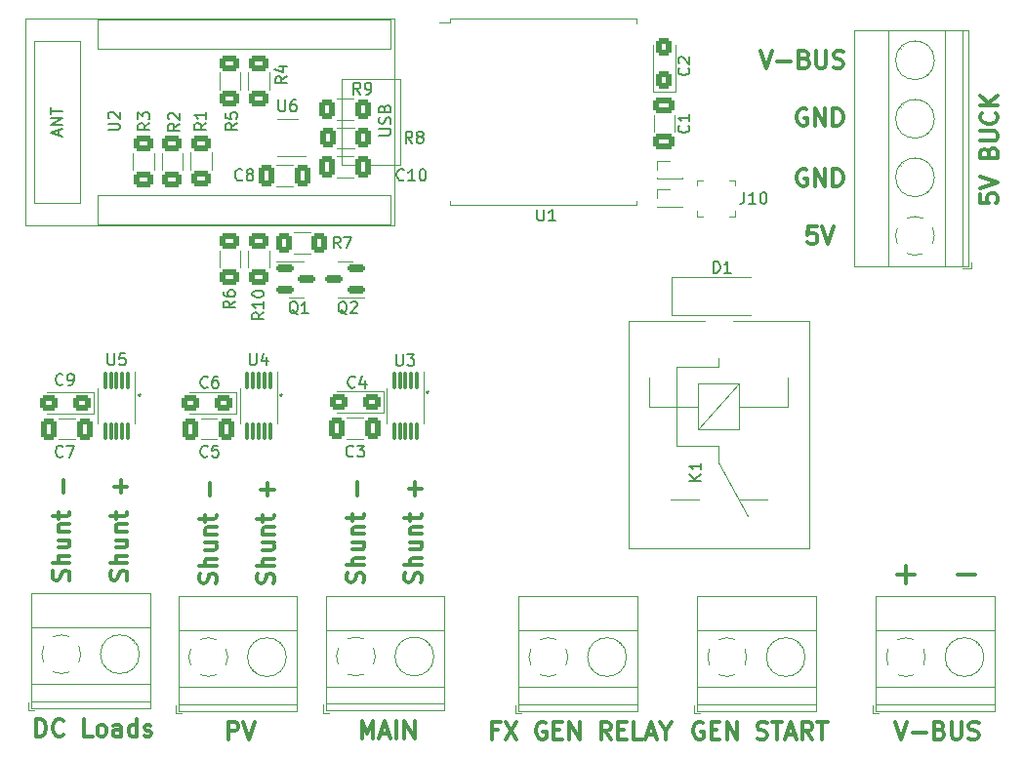
<source format=gto>
%TF.GenerationSoftware,KiCad,Pcbnew,(6.0.9)*%
%TF.CreationDate,2023-01-04T20:05:15-05:00*%
%TF.ProjectId,Hardware-TinyPicoLoRaTrailer,48617264-7761-4726-952d-54696e795069,rev?*%
%TF.SameCoordinates,Original*%
%TF.FileFunction,Legend,Top*%
%TF.FilePolarity,Positive*%
%FSLAX46Y46*%
G04 Gerber Fmt 4.6, Leading zero omitted, Abs format (unit mm)*
G04 Created by KiCad (PCBNEW (6.0.9)) date 2023-01-04 20:05:15*
%MOMM*%
%LPD*%
G01*
G04 APERTURE LIST*
G04 Aperture macros list*
%AMRoundRect*
0 Rectangle with rounded corners*
0 $1 Rounding radius*
0 $2 $3 $4 $5 $6 $7 $8 $9 X,Y pos of 4 corners*
0 Add a 4 corners polygon primitive as box body*
4,1,4,$2,$3,$4,$5,$6,$7,$8,$9,$2,$3,0*
0 Add four circle primitives for the rounded corners*
1,1,$1+$1,$2,$3*
1,1,$1+$1,$4,$5*
1,1,$1+$1,$6,$7*
1,1,$1+$1,$8,$9*
0 Add four rect primitives between the rounded corners*
20,1,$1+$1,$2,$3,$4,$5,0*
20,1,$1+$1,$4,$5,$6,$7,0*
20,1,$1+$1,$6,$7,$8,$9,0*
20,1,$1+$1,$8,$9,$2,$3,0*%
G04 Aperture macros list end*
%ADD10C,0.300000*%
%ADD11C,0.150000*%
%ADD12C,0.120000*%
%ADD13C,0.100000*%
%ADD14R,2.600000X2.600000*%
%ADD15C,2.600000*%
%ADD16O,1.524000X2.000000*%
%ADD17R,2.200000X1.050000*%
%ADD18R,1.050000X1.000000*%
%ADD19RoundRect,0.150000X-0.587500X-0.150000X0.587500X-0.150000X0.587500X0.150000X-0.587500X0.150000X0*%
%ADD20RoundRect,0.250000X0.425000X-0.537500X0.425000X0.537500X-0.425000X0.537500X-0.425000X-0.537500X0*%
%ADD21RoundRect,0.250000X-0.625000X0.400000X-0.625000X-0.400000X0.625000X-0.400000X0.625000X0.400000X0*%
%ADD22RoundRect,0.250000X-0.650000X0.412500X-0.650000X-0.412500X0.650000X-0.412500X0.650000X0.412500X0*%
%ADD23C,3.000000*%
%ADD24C,2.500000*%
%ADD25RoundRect,0.250000X-0.400000X-0.625000X0.400000X-0.625000X0.400000X0.625000X-0.400000X0.625000X0*%
%ADD26RoundRect,0.250000X-0.412500X-0.650000X0.412500X-0.650000X0.412500X0.650000X-0.412500X0.650000X0*%
%ADD27RoundRect,0.250000X0.412500X0.650000X-0.412500X0.650000X-0.412500X-0.650000X0.412500X-0.650000X0*%
%ADD28R,3.500000X1.800000*%
%ADD29RoundRect,0.075000X-0.075000X0.650000X-0.075000X-0.650000X0.075000X-0.650000X0.075000X0.650000X0*%
%ADD30RoundRect,0.250000X0.537500X0.425000X-0.537500X0.425000X-0.537500X-0.425000X0.537500X-0.425000X0*%
%ADD31R,2.000000X1.000000*%
%ADD32R,1.000000X1.000000*%
%ADD33RoundRect,0.250000X0.400000X0.625000X-0.400000X0.625000X-0.400000X-0.625000X0.400000X-0.625000X0*%
%ADD34RoundRect,0.250000X0.625000X-0.400000X0.625000X0.400000X-0.625000X0.400000X-0.625000X-0.400000X0*%
%ADD35RoundRect,0.150000X0.587500X0.150000X-0.587500X0.150000X-0.587500X-0.150000X0.587500X-0.150000X0*%
%ADD36R,1.560000X0.650000*%
G04 APERTURE END LIST*
D10*
X135806428Y-132428571D02*
X136306428Y-133928571D01*
X136806428Y-132428571D01*
X137306428Y-133357142D02*
X138449285Y-133357142D01*
X139663571Y-133142857D02*
X139877857Y-133214285D01*
X139949285Y-133285714D01*
X140020714Y-133428571D01*
X140020714Y-133642857D01*
X139949285Y-133785714D01*
X139877857Y-133857142D01*
X139735000Y-133928571D01*
X139163571Y-133928571D01*
X139163571Y-132428571D01*
X139663571Y-132428571D01*
X139806428Y-132500000D01*
X139877857Y-132571428D01*
X139949285Y-132714285D01*
X139949285Y-132857142D01*
X139877857Y-133000000D01*
X139806428Y-133071428D01*
X139663571Y-133142857D01*
X139163571Y-133142857D01*
X140663571Y-132428571D02*
X140663571Y-133642857D01*
X140735000Y-133785714D01*
X140806428Y-133857142D01*
X140949285Y-133928571D01*
X141235000Y-133928571D01*
X141377857Y-133857142D01*
X141449285Y-133785714D01*
X141520714Y-133642857D01*
X141520714Y-132428571D01*
X142163571Y-133857142D02*
X142377857Y-133928571D01*
X142735000Y-133928571D01*
X142877857Y-133857142D01*
X142949285Y-133785714D01*
X143020714Y-133642857D01*
X143020714Y-133500000D01*
X142949285Y-133357142D01*
X142877857Y-133285714D01*
X142735000Y-133214285D01*
X142449285Y-133142857D01*
X142306428Y-133071428D01*
X142235000Y-133000000D01*
X142163571Y-132857142D01*
X142163571Y-132714285D01*
X142235000Y-132571428D01*
X142306428Y-132500000D01*
X142449285Y-132428571D01*
X142806428Y-132428571D01*
X143020714Y-132500000D01*
X135928095Y-119642857D02*
X137451904Y-119642857D01*
X136690000Y-120404761D02*
X136690000Y-118880952D01*
X141178095Y-119642857D02*
X142701904Y-119642857D01*
D11*
X70250000Y-103964285D02*
X70345238Y-104059523D01*
X70250000Y-104154761D01*
X70154761Y-104059523D01*
X70250000Y-103964285D01*
X70250000Y-104154761D01*
X82500000Y-103964285D02*
X82595238Y-104059523D01*
X82500000Y-104154761D01*
X82404761Y-104059523D01*
X82500000Y-103964285D01*
X82500000Y-104154761D01*
X95250000Y-103714285D02*
X95345238Y-103809523D01*
X95250000Y-103904761D01*
X95154761Y-103809523D01*
X95250000Y-103714285D01*
X95250000Y-103904761D01*
D10*
X61285714Y-133678571D02*
X61285714Y-132178571D01*
X61642857Y-132178571D01*
X61857142Y-132250000D01*
X62000000Y-132392857D01*
X62071428Y-132535714D01*
X62142857Y-132821428D01*
X62142857Y-133035714D01*
X62071428Y-133321428D01*
X62000000Y-133464285D01*
X61857142Y-133607142D01*
X61642857Y-133678571D01*
X61285714Y-133678571D01*
X63642857Y-133535714D02*
X63571428Y-133607142D01*
X63357142Y-133678571D01*
X63214285Y-133678571D01*
X63000000Y-133607142D01*
X62857142Y-133464285D01*
X62785714Y-133321428D01*
X62714285Y-133035714D01*
X62714285Y-132821428D01*
X62785714Y-132535714D01*
X62857142Y-132392857D01*
X63000000Y-132250000D01*
X63214285Y-132178571D01*
X63357142Y-132178571D01*
X63571428Y-132250000D01*
X63642857Y-132321428D01*
X66142857Y-133678571D02*
X65428571Y-133678571D01*
X65428571Y-132178571D01*
X66857142Y-133678571D02*
X66714285Y-133607142D01*
X66642857Y-133535714D01*
X66571428Y-133392857D01*
X66571428Y-132964285D01*
X66642857Y-132821428D01*
X66714285Y-132750000D01*
X66857142Y-132678571D01*
X67071428Y-132678571D01*
X67214285Y-132750000D01*
X67285714Y-132821428D01*
X67357142Y-132964285D01*
X67357142Y-133392857D01*
X67285714Y-133535714D01*
X67214285Y-133607142D01*
X67071428Y-133678571D01*
X66857142Y-133678571D01*
X68642857Y-133678571D02*
X68642857Y-132892857D01*
X68571428Y-132750000D01*
X68428571Y-132678571D01*
X68142857Y-132678571D01*
X68000000Y-132750000D01*
X68642857Y-133607142D02*
X68500000Y-133678571D01*
X68142857Y-133678571D01*
X68000000Y-133607142D01*
X67928571Y-133464285D01*
X67928571Y-133321428D01*
X68000000Y-133178571D01*
X68142857Y-133107142D01*
X68500000Y-133107142D01*
X68642857Y-133035714D01*
X70000000Y-133678571D02*
X70000000Y-132178571D01*
X70000000Y-133607142D02*
X69857142Y-133678571D01*
X69571428Y-133678571D01*
X69428571Y-133607142D01*
X69357142Y-133535714D01*
X69285714Y-133392857D01*
X69285714Y-132964285D01*
X69357142Y-132821428D01*
X69428571Y-132750000D01*
X69571428Y-132678571D01*
X69857142Y-132678571D01*
X70000000Y-132750000D01*
X70642857Y-133607142D02*
X70785714Y-133678571D01*
X71071428Y-133678571D01*
X71214285Y-133607142D01*
X71285714Y-133464285D01*
X71285714Y-133392857D01*
X71214285Y-133250000D01*
X71071428Y-133178571D01*
X70857142Y-133178571D01*
X70714285Y-133107142D01*
X70642857Y-132964285D01*
X70642857Y-132892857D01*
X70714285Y-132750000D01*
X70857142Y-132678571D01*
X71071428Y-132678571D01*
X71214285Y-132750000D01*
X101321428Y-133142857D02*
X100821428Y-133142857D01*
X100821428Y-133928571D02*
X100821428Y-132428571D01*
X101535714Y-132428571D01*
X101964285Y-132428571D02*
X102964285Y-133928571D01*
X102964285Y-132428571D02*
X101964285Y-133928571D01*
X105464285Y-132500000D02*
X105321428Y-132428571D01*
X105107142Y-132428571D01*
X104892857Y-132500000D01*
X104750000Y-132642857D01*
X104678571Y-132785714D01*
X104607142Y-133071428D01*
X104607142Y-133285714D01*
X104678571Y-133571428D01*
X104750000Y-133714285D01*
X104892857Y-133857142D01*
X105107142Y-133928571D01*
X105250000Y-133928571D01*
X105464285Y-133857142D01*
X105535714Y-133785714D01*
X105535714Y-133285714D01*
X105250000Y-133285714D01*
X106178571Y-133142857D02*
X106678571Y-133142857D01*
X106892857Y-133928571D02*
X106178571Y-133928571D01*
X106178571Y-132428571D01*
X106892857Y-132428571D01*
X107535714Y-133928571D02*
X107535714Y-132428571D01*
X108392857Y-133928571D01*
X108392857Y-132428571D01*
X111107142Y-133928571D02*
X110607142Y-133214285D01*
X110250000Y-133928571D02*
X110250000Y-132428571D01*
X110821428Y-132428571D01*
X110964285Y-132500000D01*
X111035714Y-132571428D01*
X111107142Y-132714285D01*
X111107142Y-132928571D01*
X111035714Y-133071428D01*
X110964285Y-133142857D01*
X110821428Y-133214285D01*
X110250000Y-133214285D01*
X111750000Y-133142857D02*
X112250000Y-133142857D01*
X112464285Y-133928571D02*
X111750000Y-133928571D01*
X111750000Y-132428571D01*
X112464285Y-132428571D01*
X113821428Y-133928571D02*
X113107142Y-133928571D01*
X113107142Y-132428571D01*
X114250000Y-133500000D02*
X114964285Y-133500000D01*
X114107142Y-133928571D02*
X114607142Y-132428571D01*
X115107142Y-133928571D01*
X115892857Y-133214285D02*
X115892857Y-133928571D01*
X115392857Y-132428571D02*
X115892857Y-133214285D01*
X116392857Y-132428571D01*
X69107142Y-120142857D02*
X69178571Y-119928571D01*
X69178571Y-119571428D01*
X69107142Y-119428571D01*
X69035714Y-119357142D01*
X68892857Y-119285714D01*
X68750000Y-119285714D01*
X68607142Y-119357142D01*
X68535714Y-119428571D01*
X68464285Y-119571428D01*
X68392857Y-119857142D01*
X68321428Y-120000000D01*
X68250000Y-120071428D01*
X68107142Y-120142857D01*
X67964285Y-120142857D01*
X67821428Y-120071428D01*
X67750000Y-120000000D01*
X67678571Y-119857142D01*
X67678571Y-119500000D01*
X67750000Y-119285714D01*
X69178571Y-118642857D02*
X67678571Y-118642857D01*
X69178571Y-118000000D02*
X68392857Y-118000000D01*
X68250000Y-118071428D01*
X68178571Y-118214285D01*
X68178571Y-118428571D01*
X68250000Y-118571428D01*
X68321428Y-118642857D01*
X68178571Y-116642857D02*
X69178571Y-116642857D01*
X68178571Y-117285714D02*
X68964285Y-117285714D01*
X69107142Y-117214285D01*
X69178571Y-117071428D01*
X69178571Y-116857142D01*
X69107142Y-116714285D01*
X69035714Y-116642857D01*
X68178571Y-115928571D02*
X69178571Y-115928571D01*
X68321428Y-115928571D02*
X68250000Y-115857142D01*
X68178571Y-115714285D01*
X68178571Y-115500000D01*
X68250000Y-115357142D01*
X68392857Y-115285714D01*
X69178571Y-115285714D01*
X68178571Y-114785714D02*
X68178571Y-114214285D01*
X67678571Y-114571428D02*
X68964285Y-114571428D01*
X69107142Y-114500000D01*
X69178571Y-114357142D01*
X69178571Y-114214285D01*
X68607142Y-112571428D02*
X68607142Y-111428571D01*
X69178571Y-112000000D02*
X68035714Y-112000000D01*
X119107142Y-132500000D02*
X118964285Y-132428571D01*
X118750000Y-132428571D01*
X118535714Y-132500000D01*
X118392857Y-132642857D01*
X118321428Y-132785714D01*
X118250000Y-133071428D01*
X118250000Y-133285714D01*
X118321428Y-133571428D01*
X118392857Y-133714285D01*
X118535714Y-133857142D01*
X118750000Y-133928571D01*
X118892857Y-133928571D01*
X119107142Y-133857142D01*
X119178571Y-133785714D01*
X119178571Y-133285714D01*
X118892857Y-133285714D01*
X119821428Y-133142857D02*
X120321428Y-133142857D01*
X120535714Y-133928571D02*
X119821428Y-133928571D01*
X119821428Y-132428571D01*
X120535714Y-132428571D01*
X121178571Y-133928571D02*
X121178571Y-132428571D01*
X122035714Y-133928571D01*
X122035714Y-132428571D01*
X123821428Y-133857142D02*
X124035714Y-133928571D01*
X124392857Y-133928571D01*
X124535714Y-133857142D01*
X124607142Y-133785714D01*
X124678571Y-133642857D01*
X124678571Y-133500000D01*
X124607142Y-133357142D01*
X124535714Y-133285714D01*
X124392857Y-133214285D01*
X124107142Y-133142857D01*
X123964285Y-133071428D01*
X123892857Y-133000000D01*
X123821428Y-132857142D01*
X123821428Y-132714285D01*
X123892857Y-132571428D01*
X123964285Y-132500000D01*
X124107142Y-132428571D01*
X124464285Y-132428571D01*
X124678571Y-132500000D01*
X125107142Y-132428571D02*
X125964285Y-132428571D01*
X125535714Y-133928571D02*
X125535714Y-132428571D01*
X126392857Y-133500000D02*
X127107142Y-133500000D01*
X126250000Y-133928571D02*
X126750000Y-132428571D01*
X127250000Y-133928571D01*
X128607142Y-133928571D02*
X128107142Y-133214285D01*
X127750000Y-133928571D02*
X127750000Y-132428571D01*
X128321428Y-132428571D01*
X128464285Y-132500000D01*
X128535714Y-132571428D01*
X128607142Y-132714285D01*
X128607142Y-132928571D01*
X128535714Y-133071428D01*
X128464285Y-133142857D01*
X128321428Y-133214285D01*
X127750000Y-133214285D01*
X129035714Y-132428571D02*
X129892857Y-132428571D01*
X129464285Y-133928571D02*
X129464285Y-132428571D01*
X89652142Y-120337857D02*
X89723571Y-120123571D01*
X89723571Y-119766428D01*
X89652142Y-119623571D01*
X89580714Y-119552142D01*
X89437857Y-119480714D01*
X89295000Y-119480714D01*
X89152142Y-119552142D01*
X89080714Y-119623571D01*
X89009285Y-119766428D01*
X88937857Y-120052142D01*
X88866428Y-120195000D01*
X88795000Y-120266428D01*
X88652142Y-120337857D01*
X88509285Y-120337857D01*
X88366428Y-120266428D01*
X88295000Y-120195000D01*
X88223571Y-120052142D01*
X88223571Y-119695000D01*
X88295000Y-119480714D01*
X89723571Y-118837857D02*
X88223571Y-118837857D01*
X89723571Y-118195000D02*
X88937857Y-118195000D01*
X88795000Y-118266428D01*
X88723571Y-118409285D01*
X88723571Y-118623571D01*
X88795000Y-118766428D01*
X88866428Y-118837857D01*
X88723571Y-116837857D02*
X89723571Y-116837857D01*
X88723571Y-117480714D02*
X89509285Y-117480714D01*
X89652142Y-117409285D01*
X89723571Y-117266428D01*
X89723571Y-117052142D01*
X89652142Y-116909285D01*
X89580714Y-116837857D01*
X88723571Y-116123571D02*
X89723571Y-116123571D01*
X88866428Y-116123571D02*
X88795000Y-116052142D01*
X88723571Y-115909285D01*
X88723571Y-115695000D01*
X88795000Y-115552142D01*
X88937857Y-115480714D01*
X89723571Y-115480714D01*
X88723571Y-114980714D02*
X88723571Y-114409285D01*
X88223571Y-114766428D02*
X89509285Y-114766428D01*
X89652142Y-114695000D01*
X89723571Y-114552142D01*
X89723571Y-114409285D01*
X89152142Y-112766428D02*
X89152142Y-111623571D01*
X143178571Y-86642857D02*
X143178571Y-87357142D01*
X143892857Y-87428571D01*
X143821428Y-87357142D01*
X143750000Y-87214285D01*
X143750000Y-86857142D01*
X143821428Y-86714285D01*
X143892857Y-86642857D01*
X144035714Y-86571428D01*
X144392857Y-86571428D01*
X144535714Y-86642857D01*
X144607142Y-86714285D01*
X144678571Y-86857142D01*
X144678571Y-87214285D01*
X144607142Y-87357142D01*
X144535714Y-87428571D01*
X143178571Y-86142857D02*
X144678571Y-85642857D01*
X143178571Y-85142857D01*
X143892857Y-83000000D02*
X143964285Y-82785714D01*
X144035714Y-82714285D01*
X144178571Y-82642857D01*
X144392857Y-82642857D01*
X144535714Y-82714285D01*
X144607142Y-82785714D01*
X144678571Y-82928571D01*
X144678571Y-83500000D01*
X143178571Y-83500000D01*
X143178571Y-83000000D01*
X143250000Y-82857142D01*
X143321428Y-82785714D01*
X143464285Y-82714285D01*
X143607142Y-82714285D01*
X143750000Y-82785714D01*
X143821428Y-82857142D01*
X143892857Y-83000000D01*
X143892857Y-83500000D01*
X143178571Y-82000000D02*
X144392857Y-82000000D01*
X144535714Y-81928571D01*
X144607142Y-81857142D01*
X144678571Y-81714285D01*
X144678571Y-81428571D01*
X144607142Y-81285714D01*
X144535714Y-81214285D01*
X144392857Y-81142857D01*
X143178571Y-81142857D01*
X144535714Y-79571428D02*
X144607142Y-79642857D01*
X144678571Y-79857142D01*
X144678571Y-80000000D01*
X144607142Y-80214285D01*
X144464285Y-80357142D01*
X144321428Y-80428571D01*
X144035714Y-80500000D01*
X143821428Y-80500000D01*
X143535714Y-80428571D01*
X143392857Y-80357142D01*
X143250000Y-80214285D01*
X143178571Y-80000000D01*
X143178571Y-79857142D01*
X143250000Y-79642857D01*
X143321428Y-79571428D01*
X144678571Y-78928571D02*
X143178571Y-78928571D01*
X144678571Y-78071428D02*
X143821428Y-78714285D01*
X143178571Y-78071428D02*
X144035714Y-78928571D01*
X77964285Y-133928571D02*
X77964285Y-132428571D01*
X78535714Y-132428571D01*
X78678571Y-132500000D01*
X78750000Y-132571428D01*
X78821428Y-132714285D01*
X78821428Y-132928571D01*
X78750000Y-133071428D01*
X78678571Y-133142857D01*
X78535714Y-133214285D01*
X77964285Y-133214285D01*
X79250000Y-132428571D02*
X79750000Y-133928571D01*
X80250000Y-132428571D01*
X76857142Y-120392857D02*
X76928571Y-120178571D01*
X76928571Y-119821428D01*
X76857142Y-119678571D01*
X76785714Y-119607142D01*
X76642857Y-119535714D01*
X76500000Y-119535714D01*
X76357142Y-119607142D01*
X76285714Y-119678571D01*
X76214285Y-119821428D01*
X76142857Y-120107142D01*
X76071428Y-120250000D01*
X76000000Y-120321428D01*
X75857142Y-120392857D01*
X75714285Y-120392857D01*
X75571428Y-120321428D01*
X75500000Y-120250000D01*
X75428571Y-120107142D01*
X75428571Y-119750000D01*
X75500000Y-119535714D01*
X76928571Y-118892857D02*
X75428571Y-118892857D01*
X76928571Y-118250000D02*
X76142857Y-118250000D01*
X76000000Y-118321428D01*
X75928571Y-118464285D01*
X75928571Y-118678571D01*
X76000000Y-118821428D01*
X76071428Y-118892857D01*
X75928571Y-116892857D02*
X76928571Y-116892857D01*
X75928571Y-117535714D02*
X76714285Y-117535714D01*
X76857142Y-117464285D01*
X76928571Y-117321428D01*
X76928571Y-117107142D01*
X76857142Y-116964285D01*
X76785714Y-116892857D01*
X75928571Y-116178571D02*
X76928571Y-116178571D01*
X76071428Y-116178571D02*
X76000000Y-116107142D01*
X75928571Y-115964285D01*
X75928571Y-115750000D01*
X76000000Y-115607142D01*
X76142857Y-115535714D01*
X76928571Y-115535714D01*
X75928571Y-115035714D02*
X75928571Y-114464285D01*
X75428571Y-114821428D02*
X76714285Y-114821428D01*
X76857142Y-114750000D01*
X76928571Y-114607142D01*
X76928571Y-114464285D01*
X76357142Y-112821428D02*
X76357142Y-111678571D01*
X89509285Y-133873571D02*
X89509285Y-132373571D01*
X90009285Y-133445000D01*
X90509285Y-132373571D01*
X90509285Y-133873571D01*
X91152142Y-133445000D02*
X91866428Y-133445000D01*
X91009285Y-133873571D02*
X91509285Y-132373571D01*
X92009285Y-133873571D01*
X92509285Y-133873571D02*
X92509285Y-132373571D01*
X93223571Y-133873571D02*
X93223571Y-132373571D01*
X94080714Y-133873571D01*
X94080714Y-132373571D01*
X128107142Y-79250000D02*
X127964285Y-79178571D01*
X127750000Y-79178571D01*
X127535714Y-79250000D01*
X127392857Y-79392857D01*
X127321428Y-79535714D01*
X127250000Y-79821428D01*
X127250000Y-80035714D01*
X127321428Y-80321428D01*
X127392857Y-80464285D01*
X127535714Y-80607142D01*
X127750000Y-80678571D01*
X127892857Y-80678571D01*
X128107142Y-80607142D01*
X128178571Y-80535714D01*
X128178571Y-80035714D01*
X127892857Y-80035714D01*
X128821428Y-80678571D02*
X128821428Y-79178571D01*
X129678571Y-80678571D01*
X129678571Y-79178571D01*
X130392857Y-80678571D02*
X130392857Y-79178571D01*
X130750000Y-79178571D01*
X130964285Y-79250000D01*
X131107142Y-79392857D01*
X131178571Y-79535714D01*
X131250000Y-79821428D01*
X131250000Y-80035714D01*
X131178571Y-80321428D01*
X131107142Y-80464285D01*
X130964285Y-80607142D01*
X130750000Y-80678571D01*
X130392857Y-80678571D01*
X94652142Y-120337857D02*
X94723571Y-120123571D01*
X94723571Y-119766428D01*
X94652142Y-119623571D01*
X94580714Y-119552142D01*
X94437857Y-119480714D01*
X94295000Y-119480714D01*
X94152142Y-119552142D01*
X94080714Y-119623571D01*
X94009285Y-119766428D01*
X93937857Y-120052142D01*
X93866428Y-120195000D01*
X93795000Y-120266428D01*
X93652142Y-120337857D01*
X93509285Y-120337857D01*
X93366428Y-120266428D01*
X93295000Y-120195000D01*
X93223571Y-120052142D01*
X93223571Y-119695000D01*
X93295000Y-119480714D01*
X94723571Y-118837857D02*
X93223571Y-118837857D01*
X94723571Y-118195000D02*
X93937857Y-118195000D01*
X93795000Y-118266428D01*
X93723571Y-118409285D01*
X93723571Y-118623571D01*
X93795000Y-118766428D01*
X93866428Y-118837857D01*
X93723571Y-116837857D02*
X94723571Y-116837857D01*
X93723571Y-117480714D02*
X94509285Y-117480714D01*
X94652142Y-117409285D01*
X94723571Y-117266428D01*
X94723571Y-117052142D01*
X94652142Y-116909285D01*
X94580714Y-116837857D01*
X93723571Y-116123571D02*
X94723571Y-116123571D01*
X93866428Y-116123571D02*
X93795000Y-116052142D01*
X93723571Y-115909285D01*
X93723571Y-115695000D01*
X93795000Y-115552142D01*
X93937857Y-115480714D01*
X94723571Y-115480714D01*
X93723571Y-114980714D02*
X93723571Y-114409285D01*
X93223571Y-114766428D02*
X94509285Y-114766428D01*
X94652142Y-114695000D01*
X94723571Y-114552142D01*
X94723571Y-114409285D01*
X94152142Y-112766428D02*
X94152142Y-111623571D01*
X94723571Y-112195000D02*
X93580714Y-112195000D01*
X124071428Y-74178571D02*
X124571428Y-75678571D01*
X125071428Y-74178571D01*
X125571428Y-75107142D02*
X126714285Y-75107142D01*
X127928571Y-74892857D02*
X128142857Y-74964285D01*
X128214285Y-75035714D01*
X128285714Y-75178571D01*
X128285714Y-75392857D01*
X128214285Y-75535714D01*
X128142857Y-75607142D01*
X128000000Y-75678571D01*
X127428571Y-75678571D01*
X127428571Y-74178571D01*
X127928571Y-74178571D01*
X128071428Y-74250000D01*
X128142857Y-74321428D01*
X128214285Y-74464285D01*
X128214285Y-74607142D01*
X128142857Y-74750000D01*
X128071428Y-74821428D01*
X127928571Y-74892857D01*
X127428571Y-74892857D01*
X128928571Y-74178571D02*
X128928571Y-75392857D01*
X129000000Y-75535714D01*
X129071428Y-75607142D01*
X129214285Y-75678571D01*
X129500000Y-75678571D01*
X129642857Y-75607142D01*
X129714285Y-75535714D01*
X129785714Y-75392857D01*
X129785714Y-74178571D01*
X130428571Y-75607142D02*
X130642857Y-75678571D01*
X131000000Y-75678571D01*
X131142857Y-75607142D01*
X131214285Y-75535714D01*
X131285714Y-75392857D01*
X131285714Y-75250000D01*
X131214285Y-75107142D01*
X131142857Y-75035714D01*
X131000000Y-74964285D01*
X130714285Y-74892857D01*
X130571428Y-74821428D01*
X130500000Y-74750000D01*
X130428571Y-74607142D01*
X130428571Y-74464285D01*
X130500000Y-74321428D01*
X130571428Y-74250000D01*
X130714285Y-74178571D01*
X131071428Y-74178571D01*
X131285714Y-74250000D01*
X128964285Y-89428571D02*
X128250000Y-89428571D01*
X128178571Y-90142857D01*
X128250000Y-90071428D01*
X128392857Y-90000000D01*
X128750000Y-90000000D01*
X128892857Y-90071428D01*
X128964285Y-90142857D01*
X129035714Y-90285714D01*
X129035714Y-90642857D01*
X128964285Y-90785714D01*
X128892857Y-90857142D01*
X128750000Y-90928571D01*
X128392857Y-90928571D01*
X128250000Y-90857142D01*
X128178571Y-90785714D01*
X129464285Y-89428571D02*
X129964285Y-90928571D01*
X130464285Y-89428571D01*
X64107142Y-120142857D02*
X64178571Y-119928571D01*
X64178571Y-119571428D01*
X64107142Y-119428571D01*
X64035714Y-119357142D01*
X63892857Y-119285714D01*
X63750000Y-119285714D01*
X63607142Y-119357142D01*
X63535714Y-119428571D01*
X63464285Y-119571428D01*
X63392857Y-119857142D01*
X63321428Y-120000000D01*
X63250000Y-120071428D01*
X63107142Y-120142857D01*
X62964285Y-120142857D01*
X62821428Y-120071428D01*
X62750000Y-120000000D01*
X62678571Y-119857142D01*
X62678571Y-119500000D01*
X62750000Y-119285714D01*
X64178571Y-118642857D02*
X62678571Y-118642857D01*
X64178571Y-118000000D02*
X63392857Y-118000000D01*
X63250000Y-118071428D01*
X63178571Y-118214285D01*
X63178571Y-118428571D01*
X63250000Y-118571428D01*
X63321428Y-118642857D01*
X63178571Y-116642857D02*
X64178571Y-116642857D01*
X63178571Y-117285714D02*
X63964285Y-117285714D01*
X64107142Y-117214285D01*
X64178571Y-117071428D01*
X64178571Y-116857142D01*
X64107142Y-116714285D01*
X64035714Y-116642857D01*
X63178571Y-115928571D02*
X64178571Y-115928571D01*
X63321428Y-115928571D02*
X63250000Y-115857142D01*
X63178571Y-115714285D01*
X63178571Y-115500000D01*
X63250000Y-115357142D01*
X63392857Y-115285714D01*
X64178571Y-115285714D01*
X63178571Y-114785714D02*
X63178571Y-114214285D01*
X62678571Y-114571428D02*
X63964285Y-114571428D01*
X64107142Y-114500000D01*
X64178571Y-114357142D01*
X64178571Y-114214285D01*
X63607142Y-112571428D02*
X63607142Y-111428571D01*
X81857142Y-120392857D02*
X81928571Y-120178571D01*
X81928571Y-119821428D01*
X81857142Y-119678571D01*
X81785714Y-119607142D01*
X81642857Y-119535714D01*
X81500000Y-119535714D01*
X81357142Y-119607142D01*
X81285714Y-119678571D01*
X81214285Y-119821428D01*
X81142857Y-120107142D01*
X81071428Y-120250000D01*
X81000000Y-120321428D01*
X80857142Y-120392857D01*
X80714285Y-120392857D01*
X80571428Y-120321428D01*
X80500000Y-120250000D01*
X80428571Y-120107142D01*
X80428571Y-119750000D01*
X80500000Y-119535714D01*
X81928571Y-118892857D02*
X80428571Y-118892857D01*
X81928571Y-118250000D02*
X81142857Y-118250000D01*
X81000000Y-118321428D01*
X80928571Y-118464285D01*
X80928571Y-118678571D01*
X81000000Y-118821428D01*
X81071428Y-118892857D01*
X80928571Y-116892857D02*
X81928571Y-116892857D01*
X80928571Y-117535714D02*
X81714285Y-117535714D01*
X81857142Y-117464285D01*
X81928571Y-117321428D01*
X81928571Y-117107142D01*
X81857142Y-116964285D01*
X81785714Y-116892857D01*
X80928571Y-116178571D02*
X81928571Y-116178571D01*
X81071428Y-116178571D02*
X81000000Y-116107142D01*
X80928571Y-115964285D01*
X80928571Y-115750000D01*
X81000000Y-115607142D01*
X81142857Y-115535714D01*
X81928571Y-115535714D01*
X80928571Y-115035714D02*
X80928571Y-114464285D01*
X80428571Y-114821428D02*
X81714285Y-114821428D01*
X81857142Y-114750000D01*
X81928571Y-114607142D01*
X81928571Y-114464285D01*
X81357142Y-112821428D02*
X81357142Y-111678571D01*
X81928571Y-112250000D02*
X80785714Y-112250000D01*
X128107142Y-84500000D02*
X127964285Y-84428571D01*
X127750000Y-84428571D01*
X127535714Y-84500000D01*
X127392857Y-84642857D01*
X127321428Y-84785714D01*
X127250000Y-85071428D01*
X127250000Y-85285714D01*
X127321428Y-85571428D01*
X127392857Y-85714285D01*
X127535714Y-85857142D01*
X127750000Y-85928571D01*
X127892857Y-85928571D01*
X128107142Y-85857142D01*
X128178571Y-85785714D01*
X128178571Y-85285714D01*
X127892857Y-85285714D01*
X128821428Y-85928571D02*
X128821428Y-84428571D01*
X129678571Y-85928571D01*
X129678571Y-84428571D01*
X130392857Y-85928571D02*
X130392857Y-84428571D01*
X130750000Y-84428571D01*
X130964285Y-84500000D01*
X131107142Y-84642857D01*
X131178571Y-84785714D01*
X131250000Y-85071428D01*
X131250000Y-85285714D01*
X131178571Y-85571428D01*
X131107142Y-85714285D01*
X130964285Y-85857142D01*
X130750000Y-85928571D01*
X130392857Y-85928571D01*
D11*
X67514880Y-81061904D02*
X68324404Y-81061904D01*
X68419642Y-81014285D01*
X68467261Y-80966666D01*
X68514880Y-80871428D01*
X68514880Y-80680952D01*
X68467261Y-80585714D01*
X68419642Y-80538095D01*
X68324404Y-80490476D01*
X67514880Y-80490476D01*
X67610119Y-80061904D02*
X67562500Y-80014285D01*
X67514880Y-79919047D01*
X67514880Y-79680952D01*
X67562500Y-79585714D01*
X67610119Y-79538095D01*
X67705357Y-79490476D01*
X67800595Y-79490476D01*
X67943452Y-79538095D01*
X68514880Y-80109523D01*
X68514880Y-79490476D01*
X63229166Y-81507857D02*
X63229166Y-81031666D01*
X63514880Y-81603095D02*
X62514880Y-81269761D01*
X63514880Y-80936428D01*
X63514880Y-80603095D02*
X62514880Y-80603095D01*
X63514880Y-80031666D01*
X62514880Y-80031666D01*
X62514880Y-79698333D02*
X62514880Y-79126904D01*
X63514880Y-79412619D02*
X62514880Y-79412619D01*
X91014880Y-81511904D02*
X91824404Y-81511904D01*
X91919642Y-81464285D01*
X91967261Y-81416666D01*
X92014880Y-81321428D01*
X92014880Y-81130952D01*
X91967261Y-81035714D01*
X91919642Y-80988095D01*
X91824404Y-80940476D01*
X91014880Y-80940476D01*
X91967261Y-80511904D02*
X92014880Y-80369047D01*
X92014880Y-80130952D01*
X91967261Y-80035714D01*
X91919642Y-79988095D01*
X91824404Y-79940476D01*
X91729166Y-79940476D01*
X91633928Y-79988095D01*
X91586309Y-80035714D01*
X91538690Y-80130952D01*
X91491071Y-80321428D01*
X91443452Y-80416666D01*
X91395833Y-80464285D01*
X91300595Y-80511904D01*
X91205357Y-80511904D01*
X91110119Y-80464285D01*
X91062500Y-80416666D01*
X91014880Y-80321428D01*
X91014880Y-80083333D01*
X91062500Y-79940476D01*
X91491071Y-79178571D02*
X91538690Y-79035714D01*
X91586309Y-78988095D01*
X91681547Y-78940476D01*
X91824404Y-78940476D01*
X91919642Y-78988095D01*
X91967261Y-79035714D01*
X92014880Y-79130952D01*
X92014880Y-79511904D01*
X91014880Y-79511904D01*
X91014880Y-79178571D01*
X91062500Y-79083333D01*
X91110119Y-79035714D01*
X91205357Y-78988095D01*
X91300595Y-78988095D01*
X91395833Y-79035714D01*
X91443452Y-79083333D01*
X91491071Y-79178571D01*
X91491071Y-79511904D01*
X122690476Y-86452380D02*
X122690476Y-87166666D01*
X122642857Y-87309523D01*
X122547619Y-87404761D01*
X122404761Y-87452380D01*
X122309523Y-87452380D01*
X123690476Y-87452380D02*
X123119047Y-87452380D01*
X123404761Y-87452380D02*
X123404761Y-86452380D01*
X123309523Y-86595238D01*
X123214285Y-86690476D01*
X123119047Y-86738095D01*
X124309523Y-86452380D02*
X124404761Y-86452380D01*
X124500000Y-86500000D01*
X124547619Y-86547619D01*
X124595238Y-86642857D01*
X124642857Y-86833333D01*
X124642857Y-87071428D01*
X124595238Y-87261904D01*
X124547619Y-87357142D01*
X124500000Y-87404761D01*
X124404761Y-87452380D01*
X124309523Y-87452380D01*
X124214285Y-87404761D01*
X124166666Y-87357142D01*
X124119047Y-87261904D01*
X124071428Y-87071428D01*
X124071428Y-86833333D01*
X124119047Y-86642857D01*
X124166666Y-86547619D01*
X124214285Y-86500000D01*
X124309523Y-86452380D01*
X83967261Y-97047619D02*
X83872023Y-97000000D01*
X83776785Y-96904761D01*
X83633928Y-96761904D01*
X83538690Y-96714285D01*
X83443452Y-96714285D01*
X83491071Y-96952380D02*
X83395833Y-96904761D01*
X83300595Y-96809523D01*
X83252976Y-96619047D01*
X83252976Y-96285714D01*
X83300595Y-96095238D01*
X83395833Y-96000000D01*
X83491071Y-95952380D01*
X83681547Y-95952380D01*
X83776785Y-96000000D01*
X83872023Y-96095238D01*
X83919642Y-96285714D01*
X83919642Y-96619047D01*
X83872023Y-96809523D01*
X83776785Y-96904761D01*
X83681547Y-96952380D01*
X83491071Y-96952380D01*
X84872023Y-96952380D02*
X84300595Y-96952380D01*
X84586309Y-96952380D02*
X84586309Y-95952380D01*
X84491071Y-96095238D01*
X84395833Y-96190476D01*
X84300595Y-96238095D01*
X117857142Y-75666666D02*
X117904761Y-75714285D01*
X117952380Y-75857142D01*
X117952380Y-75952380D01*
X117904761Y-76095238D01*
X117809523Y-76190476D01*
X117714285Y-76238095D01*
X117523809Y-76285714D01*
X117380952Y-76285714D01*
X117190476Y-76238095D01*
X117095238Y-76190476D01*
X117000000Y-76095238D01*
X116952380Y-75952380D01*
X116952380Y-75857142D01*
X117000000Y-75714285D01*
X117047619Y-75666666D01*
X117047619Y-75285714D02*
X117000000Y-75238095D01*
X116952380Y-75142857D01*
X116952380Y-74904761D01*
X117000000Y-74809523D01*
X117047619Y-74761904D01*
X117142857Y-74714285D01*
X117238095Y-74714285D01*
X117380952Y-74761904D01*
X117952380Y-75333333D01*
X117952380Y-74714285D01*
X73724880Y-80516666D02*
X73248690Y-80850000D01*
X73724880Y-81088095D02*
X72724880Y-81088095D01*
X72724880Y-80707142D01*
X72772500Y-80611904D01*
X72820119Y-80564285D01*
X72915357Y-80516666D01*
X73058214Y-80516666D01*
X73153452Y-80564285D01*
X73201071Y-80611904D01*
X73248690Y-80707142D01*
X73248690Y-81088095D01*
X72820119Y-80135714D02*
X72772500Y-80088095D01*
X72724880Y-79992857D01*
X72724880Y-79754761D01*
X72772500Y-79659523D01*
X72820119Y-79611904D01*
X72915357Y-79564285D01*
X73010595Y-79564285D01*
X73153452Y-79611904D01*
X73724880Y-80183333D01*
X73724880Y-79564285D01*
X117857142Y-80666666D02*
X117904761Y-80714285D01*
X117952380Y-80857142D01*
X117952380Y-80952380D01*
X117904761Y-81095238D01*
X117809523Y-81190476D01*
X117714285Y-81238095D01*
X117523809Y-81285714D01*
X117380952Y-81285714D01*
X117190476Y-81238095D01*
X117095238Y-81190476D01*
X117000000Y-81095238D01*
X116952380Y-80952380D01*
X116952380Y-80857142D01*
X117000000Y-80714285D01*
X117047619Y-80666666D01*
X117952380Y-79714285D02*
X117952380Y-80285714D01*
X117952380Y-80000000D02*
X116952380Y-80000000D01*
X117095238Y-80095238D01*
X117190476Y-80190476D01*
X117238095Y-80285714D01*
X118952380Y-111488095D02*
X117952380Y-111488095D01*
X118952380Y-110916666D02*
X118380952Y-111345238D01*
X117952380Y-110916666D02*
X118523809Y-111488095D01*
X118952380Y-109964285D02*
X118952380Y-110535714D01*
X118952380Y-110250000D02*
X117952380Y-110250000D01*
X118095238Y-110345238D01*
X118190476Y-110440476D01*
X118238095Y-110535714D01*
X87645833Y-91317380D02*
X87312500Y-90841190D01*
X87074404Y-91317380D02*
X87074404Y-90317380D01*
X87455357Y-90317380D01*
X87550595Y-90365000D01*
X87598214Y-90412619D01*
X87645833Y-90507857D01*
X87645833Y-90650714D01*
X87598214Y-90745952D01*
X87550595Y-90793571D01*
X87455357Y-90841190D01*
X87074404Y-90841190D01*
X87979166Y-90317380D02*
X88645833Y-90317380D01*
X88217261Y-91317380D01*
X79145833Y-85357142D02*
X79098214Y-85404761D01*
X78955357Y-85452380D01*
X78860119Y-85452380D01*
X78717261Y-85404761D01*
X78622023Y-85309523D01*
X78574404Y-85214285D01*
X78526785Y-85023809D01*
X78526785Y-84880952D01*
X78574404Y-84690476D01*
X78622023Y-84595238D01*
X78717261Y-84500000D01*
X78860119Y-84452380D01*
X78955357Y-84452380D01*
X79098214Y-84500000D01*
X79145833Y-84547619D01*
X79717261Y-84880952D02*
X79622023Y-84833333D01*
X79574404Y-84785714D01*
X79526785Y-84690476D01*
X79526785Y-84642857D01*
X79574404Y-84547619D01*
X79622023Y-84500000D01*
X79717261Y-84452380D01*
X79907738Y-84452380D01*
X80002976Y-84500000D01*
X80050595Y-84547619D01*
X80098214Y-84642857D01*
X80098214Y-84690476D01*
X80050595Y-84785714D01*
X80002976Y-84833333D01*
X79907738Y-84880952D01*
X79717261Y-84880952D01*
X79622023Y-84928571D01*
X79574404Y-84976190D01*
X79526785Y-85071428D01*
X79526785Y-85261904D01*
X79574404Y-85357142D01*
X79622023Y-85404761D01*
X79717261Y-85452380D01*
X79907738Y-85452380D01*
X80002976Y-85404761D01*
X80050595Y-85357142D01*
X80098214Y-85261904D01*
X80098214Y-85071428D01*
X80050595Y-84976190D01*
X80002976Y-84928571D01*
X79907738Y-84880952D01*
X88788333Y-109340892D02*
X88740714Y-109388511D01*
X88597857Y-109436130D01*
X88502619Y-109436130D01*
X88359761Y-109388511D01*
X88264523Y-109293273D01*
X88216904Y-109198035D01*
X88169285Y-109007559D01*
X88169285Y-108864702D01*
X88216904Y-108674226D01*
X88264523Y-108578988D01*
X88359761Y-108483750D01*
X88502619Y-108436130D01*
X88597857Y-108436130D01*
X88740714Y-108483750D01*
X88788333Y-108531369D01*
X89121666Y-108436130D02*
X89740714Y-108436130D01*
X89407380Y-108817083D01*
X89550238Y-108817083D01*
X89645476Y-108864702D01*
X89693095Y-108912321D01*
X89740714Y-109007559D01*
X89740714Y-109245654D01*
X89693095Y-109340892D01*
X89645476Y-109388511D01*
X89550238Y-109436130D01*
X89264523Y-109436130D01*
X89169285Y-109388511D01*
X89121666Y-109340892D01*
X120011904Y-93452380D02*
X120011904Y-92452380D01*
X120250000Y-92452380D01*
X120392857Y-92500000D01*
X120488095Y-92595238D01*
X120535714Y-92690476D01*
X120583333Y-92880952D01*
X120583333Y-93023809D01*
X120535714Y-93214285D01*
X120488095Y-93309523D01*
X120392857Y-93404761D01*
X120250000Y-93452380D01*
X120011904Y-93452380D01*
X121535714Y-93452380D02*
X120964285Y-93452380D01*
X121250000Y-93452380D02*
X121250000Y-92452380D01*
X121154761Y-92595238D01*
X121059523Y-92690476D01*
X120964285Y-92738095D01*
X79800595Y-100452380D02*
X79800595Y-101261904D01*
X79848214Y-101357142D01*
X79895833Y-101404761D01*
X79991071Y-101452380D01*
X80181547Y-101452380D01*
X80276785Y-101404761D01*
X80324404Y-101357142D01*
X80372023Y-101261904D01*
X80372023Y-100452380D01*
X81276785Y-100785714D02*
X81276785Y-101452380D01*
X81038690Y-100404761D02*
X80800595Y-101119047D01*
X81419642Y-101119047D01*
X88930833Y-103340892D02*
X88883214Y-103388511D01*
X88740357Y-103436130D01*
X88645119Y-103436130D01*
X88502261Y-103388511D01*
X88407023Y-103293273D01*
X88359404Y-103198035D01*
X88311785Y-103007559D01*
X88311785Y-102864702D01*
X88359404Y-102674226D01*
X88407023Y-102578988D01*
X88502261Y-102483750D01*
X88645119Y-102436130D01*
X88740357Y-102436130D01*
X88883214Y-102483750D01*
X88930833Y-102531369D01*
X89787976Y-102769464D02*
X89787976Y-103436130D01*
X89549880Y-102388511D02*
X89311785Y-103102797D01*
X89930833Y-103102797D01*
X104738095Y-87952380D02*
X104738095Y-88761904D01*
X104785714Y-88857142D01*
X104833333Y-88904761D01*
X104928571Y-88952380D01*
X105119047Y-88952380D01*
X105214285Y-88904761D01*
X105261904Y-88857142D01*
X105309523Y-88761904D01*
X105309523Y-87952380D01*
X106309523Y-88952380D02*
X105738095Y-88952380D01*
X106023809Y-88952380D02*
X106023809Y-87952380D01*
X105928571Y-88095238D01*
X105833333Y-88190476D01*
X105738095Y-88238095D01*
X76145833Y-109357142D02*
X76098214Y-109404761D01*
X75955357Y-109452380D01*
X75860119Y-109452380D01*
X75717261Y-109404761D01*
X75622023Y-109309523D01*
X75574404Y-109214285D01*
X75526785Y-109023809D01*
X75526785Y-108880952D01*
X75574404Y-108690476D01*
X75622023Y-108595238D01*
X75717261Y-108500000D01*
X75860119Y-108452380D01*
X75955357Y-108452380D01*
X76098214Y-108500000D01*
X76145833Y-108547619D01*
X77050595Y-108452380D02*
X76574404Y-108452380D01*
X76526785Y-108928571D01*
X76574404Y-108880952D01*
X76669642Y-108833333D01*
X76907738Y-108833333D01*
X77002976Y-108880952D01*
X77050595Y-108928571D01*
X77098214Y-109023809D01*
X77098214Y-109261904D01*
X77050595Y-109357142D01*
X77002976Y-109404761D01*
X76907738Y-109452380D01*
X76669642Y-109452380D01*
X76574404Y-109404761D01*
X76526785Y-109357142D01*
X76014880Y-80466666D02*
X75538690Y-80800000D01*
X76014880Y-81038095D02*
X75014880Y-81038095D01*
X75014880Y-80657142D01*
X75062500Y-80561904D01*
X75110119Y-80514285D01*
X75205357Y-80466666D01*
X75348214Y-80466666D01*
X75443452Y-80514285D01*
X75491071Y-80561904D01*
X75538690Y-80657142D01*
X75538690Y-81038095D01*
X76014880Y-79514285D02*
X76014880Y-80085714D01*
X76014880Y-79800000D02*
X75014880Y-79800000D01*
X75157738Y-79895238D01*
X75252976Y-79990476D01*
X75300595Y-80085714D01*
X71114880Y-80476666D02*
X70638690Y-80810000D01*
X71114880Y-81048095D02*
X70114880Y-81048095D01*
X70114880Y-80667142D01*
X70162500Y-80571904D01*
X70210119Y-80524285D01*
X70305357Y-80476666D01*
X70448214Y-80476666D01*
X70543452Y-80524285D01*
X70591071Y-80571904D01*
X70638690Y-80667142D01*
X70638690Y-81048095D01*
X70114880Y-80143333D02*
X70114880Y-79524285D01*
X70495833Y-79857619D01*
X70495833Y-79714761D01*
X70543452Y-79619523D01*
X70591071Y-79571904D01*
X70686309Y-79524285D01*
X70924404Y-79524285D01*
X71019642Y-79571904D01*
X71067261Y-79619523D01*
X71114880Y-79714761D01*
X71114880Y-80000476D01*
X71067261Y-80095714D01*
X71019642Y-80143333D01*
X93895833Y-82202380D02*
X93562500Y-81726190D01*
X93324404Y-82202380D02*
X93324404Y-81202380D01*
X93705357Y-81202380D01*
X93800595Y-81250000D01*
X93848214Y-81297619D01*
X93895833Y-81392857D01*
X93895833Y-81535714D01*
X93848214Y-81630952D01*
X93800595Y-81678571D01*
X93705357Y-81726190D01*
X93324404Y-81726190D01*
X94467261Y-81630952D02*
X94372023Y-81583333D01*
X94324404Y-81535714D01*
X94276785Y-81440476D01*
X94276785Y-81392857D01*
X94324404Y-81297619D01*
X94372023Y-81250000D01*
X94467261Y-81202380D01*
X94657738Y-81202380D01*
X94752976Y-81250000D01*
X94800595Y-81297619D01*
X94848214Y-81392857D01*
X94848214Y-81440476D01*
X94800595Y-81535714D01*
X94752976Y-81583333D01*
X94657738Y-81630952D01*
X94467261Y-81630952D01*
X94372023Y-81678571D01*
X94324404Y-81726190D01*
X94276785Y-81821428D01*
X94276785Y-82011904D01*
X94324404Y-82107142D01*
X94372023Y-82154761D01*
X94467261Y-82202380D01*
X94657738Y-82202380D01*
X94752976Y-82154761D01*
X94800595Y-82107142D01*
X94848214Y-82011904D01*
X94848214Y-81821428D01*
X94800595Y-81726190D01*
X94752976Y-81678571D01*
X94657738Y-81630952D01*
X92505595Y-100507380D02*
X92505595Y-101316904D01*
X92553214Y-101412142D01*
X92600833Y-101459761D01*
X92696071Y-101507380D01*
X92886547Y-101507380D01*
X92981785Y-101459761D01*
X93029404Y-101412142D01*
X93077023Y-101316904D01*
X93077023Y-100507380D01*
X93457976Y-100507380D02*
X94077023Y-100507380D01*
X93743690Y-100888333D01*
X93886547Y-100888333D01*
X93981785Y-100935952D01*
X94029404Y-100983571D01*
X94077023Y-101078809D01*
X94077023Y-101316904D01*
X94029404Y-101412142D01*
X93981785Y-101459761D01*
X93886547Y-101507380D01*
X93600833Y-101507380D01*
X93505595Y-101459761D01*
X93457976Y-101412142D01*
X93169642Y-85357142D02*
X93122023Y-85404761D01*
X92979166Y-85452380D01*
X92883928Y-85452380D01*
X92741071Y-85404761D01*
X92645833Y-85309523D01*
X92598214Y-85214285D01*
X92550595Y-85023809D01*
X92550595Y-84880952D01*
X92598214Y-84690476D01*
X92645833Y-84595238D01*
X92741071Y-84500000D01*
X92883928Y-84452380D01*
X92979166Y-84452380D01*
X93122023Y-84500000D01*
X93169642Y-84547619D01*
X94122023Y-85452380D02*
X93550595Y-85452380D01*
X93836309Y-85452380D02*
X93836309Y-84452380D01*
X93741071Y-84595238D01*
X93645833Y-84690476D01*
X93550595Y-84738095D01*
X94741071Y-84452380D02*
X94836309Y-84452380D01*
X94931547Y-84500000D01*
X94979166Y-84547619D01*
X95026785Y-84642857D01*
X95074404Y-84833333D01*
X95074404Y-85071428D01*
X95026785Y-85261904D01*
X94979166Y-85357142D01*
X94931547Y-85404761D01*
X94836309Y-85452380D01*
X94741071Y-85452380D01*
X94645833Y-85404761D01*
X94598214Y-85357142D01*
X94550595Y-85261904D01*
X94502976Y-85071428D01*
X94502976Y-84833333D01*
X94550595Y-84642857D01*
X94598214Y-84547619D01*
X94645833Y-84500000D01*
X94741071Y-84452380D01*
X83014880Y-76416666D02*
X82538690Y-76750000D01*
X83014880Y-76988095D02*
X82014880Y-76988095D01*
X82014880Y-76607142D01*
X82062500Y-76511904D01*
X82110119Y-76464285D01*
X82205357Y-76416666D01*
X82348214Y-76416666D01*
X82443452Y-76464285D01*
X82491071Y-76511904D01*
X82538690Y-76607142D01*
X82538690Y-76988095D01*
X82348214Y-75559523D02*
X83014880Y-75559523D01*
X81967261Y-75797619D02*
X82681547Y-76035714D01*
X82681547Y-75416666D01*
X78714880Y-80466666D02*
X78238690Y-80800000D01*
X78714880Y-81038095D02*
X77714880Y-81038095D01*
X77714880Y-80657142D01*
X77762500Y-80561904D01*
X77810119Y-80514285D01*
X77905357Y-80466666D01*
X78048214Y-80466666D01*
X78143452Y-80514285D01*
X78191071Y-80561904D01*
X78238690Y-80657142D01*
X78238690Y-81038095D01*
X77714880Y-79561904D02*
X77714880Y-80038095D01*
X78191071Y-80085714D01*
X78143452Y-80038095D01*
X78095833Y-79942857D01*
X78095833Y-79704761D01*
X78143452Y-79609523D01*
X78191071Y-79561904D01*
X78286309Y-79514285D01*
X78524404Y-79514285D01*
X78619642Y-79561904D01*
X78667261Y-79609523D01*
X78714880Y-79704761D01*
X78714880Y-79942857D01*
X78667261Y-80038095D01*
X78619642Y-80085714D01*
X89395833Y-77952380D02*
X89062500Y-77476190D01*
X88824404Y-77952380D02*
X88824404Y-76952380D01*
X89205357Y-76952380D01*
X89300595Y-77000000D01*
X89348214Y-77047619D01*
X89395833Y-77142857D01*
X89395833Y-77285714D01*
X89348214Y-77380952D01*
X89300595Y-77428571D01*
X89205357Y-77476190D01*
X88824404Y-77476190D01*
X89872023Y-77952380D02*
X90062500Y-77952380D01*
X90157738Y-77904761D01*
X90205357Y-77857142D01*
X90300595Y-77714285D01*
X90348214Y-77523809D01*
X90348214Y-77142857D01*
X90300595Y-77047619D01*
X90252976Y-77000000D01*
X90157738Y-76952380D01*
X89967261Y-76952380D01*
X89872023Y-77000000D01*
X89824404Y-77047619D01*
X89776785Y-77142857D01*
X89776785Y-77380952D01*
X89824404Y-77476190D01*
X89872023Y-77523809D01*
X89967261Y-77571428D01*
X90157738Y-77571428D01*
X90252976Y-77523809D01*
X90300595Y-77476190D01*
X90348214Y-77380952D01*
X88217261Y-97047619D02*
X88122023Y-97000000D01*
X88026785Y-96904761D01*
X87883928Y-96761904D01*
X87788690Y-96714285D01*
X87693452Y-96714285D01*
X87741071Y-96952380D02*
X87645833Y-96904761D01*
X87550595Y-96809523D01*
X87502976Y-96619047D01*
X87502976Y-96285714D01*
X87550595Y-96095238D01*
X87645833Y-96000000D01*
X87741071Y-95952380D01*
X87931547Y-95952380D01*
X88026785Y-96000000D01*
X88122023Y-96095238D01*
X88169642Y-96285714D01*
X88169642Y-96619047D01*
X88122023Y-96809523D01*
X88026785Y-96904761D01*
X87931547Y-96952380D01*
X87741071Y-96952380D01*
X88550595Y-96047619D02*
X88598214Y-96000000D01*
X88693452Y-95952380D01*
X88931547Y-95952380D01*
X89026785Y-96000000D01*
X89074404Y-96047619D01*
X89122023Y-96142857D01*
X89122023Y-96238095D01*
X89074404Y-96380952D01*
X88502976Y-96952380D01*
X89122023Y-96952380D01*
X78514880Y-95916666D02*
X78038690Y-96250000D01*
X78514880Y-96488095D02*
X77514880Y-96488095D01*
X77514880Y-96107142D01*
X77562500Y-96011904D01*
X77610119Y-95964285D01*
X77705357Y-95916666D01*
X77848214Y-95916666D01*
X77943452Y-95964285D01*
X77991071Y-96011904D01*
X78038690Y-96107142D01*
X78038690Y-96488095D01*
X77514880Y-95059523D02*
X77514880Y-95250000D01*
X77562500Y-95345238D01*
X77610119Y-95392857D01*
X77752976Y-95488095D01*
X77943452Y-95535714D01*
X78324404Y-95535714D01*
X78419642Y-95488095D01*
X78467261Y-95440476D01*
X78514880Y-95345238D01*
X78514880Y-95154761D01*
X78467261Y-95059523D01*
X78419642Y-95011904D01*
X78324404Y-94964285D01*
X78086309Y-94964285D01*
X77991071Y-95011904D01*
X77943452Y-95059523D01*
X77895833Y-95154761D01*
X77895833Y-95345238D01*
X77943452Y-95440476D01*
X77991071Y-95488095D01*
X78086309Y-95535714D01*
X82300595Y-78452380D02*
X82300595Y-79261904D01*
X82348214Y-79357142D01*
X82395833Y-79404761D01*
X82491071Y-79452380D01*
X82681547Y-79452380D01*
X82776785Y-79404761D01*
X82824404Y-79357142D01*
X82872023Y-79261904D01*
X82872023Y-78452380D01*
X83776785Y-78452380D02*
X83586309Y-78452380D01*
X83491071Y-78500000D01*
X83443452Y-78547619D01*
X83348214Y-78690476D01*
X83300595Y-78880952D01*
X83300595Y-79261904D01*
X83348214Y-79357142D01*
X83395833Y-79404761D01*
X83491071Y-79452380D01*
X83681547Y-79452380D01*
X83776785Y-79404761D01*
X83824404Y-79357142D01*
X83872023Y-79261904D01*
X83872023Y-79023809D01*
X83824404Y-78928571D01*
X83776785Y-78880952D01*
X83681547Y-78833333D01*
X83491071Y-78833333D01*
X83395833Y-78880952D01*
X83348214Y-78928571D01*
X83300595Y-79023809D01*
X76145833Y-103357142D02*
X76098214Y-103404761D01*
X75955357Y-103452380D01*
X75860119Y-103452380D01*
X75717261Y-103404761D01*
X75622023Y-103309523D01*
X75574404Y-103214285D01*
X75526785Y-103023809D01*
X75526785Y-102880952D01*
X75574404Y-102690476D01*
X75622023Y-102595238D01*
X75717261Y-102500000D01*
X75860119Y-102452380D01*
X75955357Y-102452380D01*
X76098214Y-102500000D01*
X76145833Y-102547619D01*
X77002976Y-102452380D02*
X76812500Y-102452380D01*
X76717261Y-102500000D01*
X76669642Y-102547619D01*
X76574404Y-102690476D01*
X76526785Y-102880952D01*
X76526785Y-103261904D01*
X76574404Y-103357142D01*
X76622023Y-103404761D01*
X76717261Y-103452380D01*
X76907738Y-103452380D01*
X77002976Y-103404761D01*
X77050595Y-103357142D01*
X77098214Y-103261904D01*
X77098214Y-103023809D01*
X77050595Y-102928571D01*
X77002976Y-102880952D01*
X76907738Y-102833333D01*
X76717261Y-102833333D01*
X76622023Y-102880952D01*
X76574404Y-102928571D01*
X76526785Y-103023809D01*
X81014880Y-96892857D02*
X80538690Y-97226190D01*
X81014880Y-97464285D02*
X80014880Y-97464285D01*
X80014880Y-97083333D01*
X80062500Y-96988095D01*
X80110119Y-96940476D01*
X80205357Y-96892857D01*
X80348214Y-96892857D01*
X80443452Y-96940476D01*
X80491071Y-96988095D01*
X80538690Y-97083333D01*
X80538690Y-97464285D01*
X81014880Y-95940476D02*
X81014880Y-96511904D01*
X81014880Y-96226190D02*
X80014880Y-96226190D01*
X80157738Y-96321428D01*
X80252976Y-96416666D01*
X80300595Y-96511904D01*
X80014880Y-95321428D02*
X80014880Y-95226190D01*
X80062500Y-95130952D01*
X80110119Y-95083333D01*
X80205357Y-95035714D01*
X80395833Y-94988095D01*
X80633928Y-94988095D01*
X80824404Y-95035714D01*
X80919642Y-95083333D01*
X80967261Y-95130952D01*
X81014880Y-95226190D01*
X81014880Y-95321428D01*
X80967261Y-95416666D01*
X80919642Y-95464285D01*
X80824404Y-95511904D01*
X80633928Y-95559523D01*
X80395833Y-95559523D01*
X80205357Y-95511904D01*
X80110119Y-95464285D01*
X80062500Y-95416666D01*
X80014880Y-95321428D01*
X63583333Y-103107142D02*
X63535714Y-103154761D01*
X63392857Y-103202380D01*
X63297619Y-103202380D01*
X63154761Y-103154761D01*
X63059523Y-103059523D01*
X63011904Y-102964285D01*
X62964285Y-102773809D01*
X62964285Y-102630952D01*
X63011904Y-102440476D01*
X63059523Y-102345238D01*
X63154761Y-102250000D01*
X63297619Y-102202380D01*
X63392857Y-102202380D01*
X63535714Y-102250000D01*
X63583333Y-102297619D01*
X64059523Y-103202380D02*
X64250000Y-103202380D01*
X64345238Y-103154761D01*
X64392857Y-103107142D01*
X64488095Y-102964285D01*
X64535714Y-102773809D01*
X64535714Y-102392857D01*
X64488095Y-102297619D01*
X64440476Y-102250000D01*
X64345238Y-102202380D01*
X64154761Y-102202380D01*
X64059523Y-102250000D01*
X64011904Y-102297619D01*
X63964285Y-102392857D01*
X63964285Y-102630952D01*
X64011904Y-102726190D01*
X64059523Y-102773809D01*
X64154761Y-102821428D01*
X64345238Y-102821428D01*
X64440476Y-102773809D01*
X64488095Y-102726190D01*
X64535714Y-102630952D01*
X67488095Y-100452380D02*
X67488095Y-101261904D01*
X67535714Y-101357142D01*
X67583333Y-101404761D01*
X67678571Y-101452380D01*
X67869047Y-101452380D01*
X67964285Y-101404761D01*
X68011904Y-101357142D01*
X68059523Y-101261904D01*
X68059523Y-100452380D01*
X69011904Y-100452380D02*
X68535714Y-100452380D01*
X68488095Y-100928571D01*
X68535714Y-100880952D01*
X68630952Y-100833333D01*
X68869047Y-100833333D01*
X68964285Y-100880952D01*
X69011904Y-100928571D01*
X69059523Y-101023809D01*
X69059523Y-101261904D01*
X69011904Y-101357142D01*
X68964285Y-101404761D01*
X68869047Y-101452380D01*
X68630952Y-101452380D01*
X68535714Y-101404761D01*
X68488095Y-101357142D01*
X63583333Y-109357142D02*
X63535714Y-109404761D01*
X63392857Y-109452380D01*
X63297619Y-109452380D01*
X63154761Y-109404761D01*
X63059523Y-109309523D01*
X63011904Y-109214285D01*
X62964285Y-109023809D01*
X62964285Y-108880952D01*
X63011904Y-108690476D01*
X63059523Y-108595238D01*
X63154761Y-108500000D01*
X63297619Y-108452380D01*
X63392857Y-108452380D01*
X63535714Y-108500000D01*
X63583333Y-108547619D01*
X63916666Y-108452380D02*
X64583333Y-108452380D01*
X64154761Y-109452380D01*
D12*
X140751000Y-128044000D02*
X140716000Y-128079000D01*
X134105000Y-129405000D02*
X144385000Y-129405000D01*
X134105000Y-130905000D02*
X144385000Y-130905000D01*
X133865000Y-130965000D02*
X133865000Y-131705000D01*
X140558000Y-127828000D02*
X140511000Y-127874000D01*
X143060000Y-125736000D02*
X143013000Y-125782000D01*
X134105000Y-121544000D02*
X134105000Y-131465000D01*
X142855000Y-125530000D02*
X142820000Y-125566000D01*
X133865000Y-131705000D02*
X134365000Y-131705000D01*
X134105000Y-131465000D02*
X144385000Y-131465000D01*
X134105000Y-121544000D02*
X144385000Y-121544000D01*
X134105000Y-124504000D02*
X144385000Y-124504000D01*
X144385000Y-121544000D02*
X144385000Y-131465000D01*
X137389000Y-125270000D02*
G75*
G03*
X136021958Y-125269573I-684001J-1534993D01*
G01*
X136705000Y-128485000D02*
G75*
G03*
X137388318Y-128339756I0J1680000D01*
G01*
X136021000Y-128340000D02*
G75*
G03*
X136733805Y-128485253I683999J1535001D01*
G01*
X138240001Y-127489000D02*
G75*
G03*
X138240427Y-126121958I-1535001J684000D01*
G01*
X135170000Y-126121000D02*
G75*
G03*
X135169573Y-127488042I1534993J-684001D01*
G01*
X143465000Y-126805000D02*
G75*
G03*
X143465000Y-126805000I-1680000J0D01*
G01*
X92032500Y-86715000D02*
X92032500Y-89255000D01*
X92032500Y-89255000D02*
X66632500Y-89255000D01*
X92812500Y-84115000D02*
X92812500Y-76615000D01*
X60312500Y-71365000D02*
X60312500Y-89365000D01*
X61062500Y-87365000D02*
X61062500Y-73365000D01*
X60312500Y-89365000D02*
X92312500Y-89365000D01*
X66632500Y-86715000D02*
X92032500Y-86715000D01*
X92032500Y-71475000D02*
X92032500Y-74015000D01*
X87812500Y-76615000D02*
X87812500Y-84115000D01*
X61062500Y-73365000D02*
X65062500Y-73365000D01*
X65062500Y-87365000D02*
X61062500Y-87365000D01*
X92812500Y-76615000D02*
X87812500Y-76615000D01*
X65062500Y-73365000D02*
X65062500Y-87365000D01*
X66632500Y-74015000D02*
X66632500Y-71475000D01*
X92032500Y-74015000D02*
X66632500Y-74015000D01*
X92312500Y-89365000D02*
X92312500Y-71365000D01*
X87812500Y-84115000D02*
X92812500Y-84115000D01*
X66632500Y-71475000D02*
X92032500Y-71475000D01*
X92312500Y-71365000D02*
X60312500Y-71365000D01*
X66632500Y-89255000D02*
X66632500Y-86715000D01*
D13*
X118600000Y-88600000D02*
X119100000Y-88600000D01*
X118600000Y-88600000D02*
X118600000Y-88100000D01*
X118600000Y-85400000D02*
X118600000Y-85900000D01*
X118600000Y-85400000D02*
X119100000Y-85400000D01*
X121900000Y-85400000D02*
X121400000Y-85400000D01*
X121900000Y-85400000D02*
X121900000Y-85900000D01*
X121900000Y-88600000D02*
X121400000Y-88600000D01*
X121900000Y-88600000D02*
X121900000Y-88100000D01*
D12*
X118605000Y-121544000D02*
X118605000Y-131465000D01*
X128885000Y-121544000D02*
X128885000Y-131465000D01*
X118605000Y-121544000D02*
X128885000Y-121544000D01*
X118365000Y-131705000D02*
X118865000Y-131705000D01*
X118605000Y-124504000D02*
X128885000Y-124504000D01*
X118365000Y-130965000D02*
X118365000Y-131705000D01*
X127355000Y-125530000D02*
X127320000Y-125566000D01*
X118605000Y-131465000D02*
X128885000Y-131465000D01*
X125058000Y-127828000D02*
X125011000Y-127874000D01*
X118605000Y-130905000D02*
X128885000Y-130905000D01*
X125251000Y-128044000D02*
X125216000Y-128079000D01*
X127560000Y-125736000D02*
X127513000Y-125782000D01*
X118605000Y-129405000D02*
X128885000Y-129405000D01*
X122740001Y-127489000D02*
G75*
G03*
X122740427Y-126121958I-1535001J684000D01*
G01*
X120521000Y-128340000D02*
G75*
G03*
X121233805Y-128485253I683999J1535001D01*
G01*
X119670000Y-126121000D02*
G75*
G03*
X119669573Y-127488042I1534993J-684001D01*
G01*
X121889000Y-125270000D02*
G75*
G03*
X120521958Y-125269573I-684001J-1534993D01*
G01*
X121205000Y-128485000D02*
G75*
G03*
X121888318Y-128339756I0J1680000D01*
G01*
X127965000Y-126805000D02*
G75*
G03*
X127965000Y-126805000I-1680000J0D01*
G01*
X83812500Y-95560000D02*
X84462500Y-95560000D01*
X83812500Y-95560000D02*
X83162500Y-95560000D01*
X83812500Y-92440000D02*
X84462500Y-92440000D01*
X83812500Y-92440000D02*
X82137500Y-92440000D01*
X138523000Y-81317000D02*
X138569000Y-81364000D01*
X141660000Y-93090000D02*
X142400000Y-93090000D01*
X136225000Y-79020000D02*
X136261000Y-79055000D01*
X136431000Y-83895000D02*
X136477000Y-83942000D01*
X138739000Y-86204000D02*
X138774000Y-86239000D01*
X132239000Y-92850000D02*
X132239000Y-72410000D01*
X136431000Y-78815000D02*
X136477000Y-78862000D01*
X140100000Y-92850000D02*
X140100000Y-72410000D01*
X138739000Y-76044000D02*
X138774000Y-76079000D01*
X132239000Y-72410000D02*
X142160000Y-72410000D01*
X136431000Y-73735000D02*
X136477000Y-73782000D01*
X136225000Y-84100000D02*
X136261000Y-84135000D01*
X142400000Y-93090000D02*
X142400000Y-92590000D01*
X138523000Y-76237000D02*
X138569000Y-76284000D01*
X132239000Y-92850000D02*
X142160000Y-92850000D01*
X136225000Y-73940000D02*
X136261000Y-73975000D01*
X138739000Y-81124000D02*
X138774000Y-81159000D01*
X135199000Y-92850000D02*
X135199000Y-72410000D01*
X141600000Y-92850000D02*
X141600000Y-72410000D01*
X142160000Y-92850000D02*
X142160000Y-72410000D01*
X138523000Y-86397000D02*
X138569000Y-86444000D01*
X136816000Y-91785000D02*
G75*
G03*
X138183042Y-91785427I684001J1534993D01*
G01*
X138184000Y-88714999D02*
G75*
G03*
X136816958Y-88714573I-684000J-1535001D01*
G01*
X139035000Y-90934000D02*
G75*
G03*
X139180253Y-90221195I-1535001J683999D01*
G01*
X135965000Y-89566000D02*
G75*
G03*
X135964573Y-90933042I1534993J-684001D01*
G01*
X139180000Y-90250000D02*
G75*
G03*
X139034756Y-89566682I-1680000J0D01*
G01*
X139180000Y-75010000D02*
G75*
G03*
X139180000Y-75010000I-1680000J0D01*
G01*
X139180000Y-85170000D02*
G75*
G03*
X139180000Y-85170000I-1680000J0D01*
G01*
X139180000Y-80090000D02*
G75*
G03*
X139180000Y-80090000I-1680000J0D01*
G01*
X116685000Y-77735000D02*
X116685000Y-73650000D01*
X114815000Y-73650000D02*
X114815000Y-77735000D01*
X114815000Y-77735000D02*
X116685000Y-77735000D01*
X72152500Y-83072936D02*
X72152500Y-84527064D01*
X73972500Y-83072936D02*
X73972500Y-84527064D01*
X103105000Y-124504000D02*
X113385000Y-124504000D01*
X103105000Y-121544000D02*
X113385000Y-121544000D01*
X109558000Y-127828000D02*
X109511000Y-127874000D01*
X103105000Y-129405000D02*
X113385000Y-129405000D01*
X103105000Y-130905000D02*
X113385000Y-130905000D01*
X102865000Y-131705000D02*
X103365000Y-131705000D01*
X109751000Y-128044000D02*
X109716000Y-128079000D01*
X113385000Y-121544000D02*
X113385000Y-131465000D01*
X103105000Y-121544000D02*
X103105000Y-131465000D01*
X112060000Y-125736000D02*
X112013000Y-125782000D01*
X103105000Y-131465000D02*
X113385000Y-131465000D01*
X111855000Y-125530000D02*
X111820000Y-125566000D01*
X102865000Y-130965000D02*
X102865000Y-131705000D01*
X107240001Y-127489000D02*
G75*
G03*
X107240427Y-126121958I-1535001J684000D01*
G01*
X105021000Y-128340000D02*
G75*
G03*
X105733805Y-128485253I683999J1535001D01*
G01*
X105705000Y-128485000D02*
G75*
G03*
X106388318Y-128339756I0J1680000D01*
G01*
X104170000Y-126121000D02*
G75*
G03*
X104169573Y-127488042I1534993J-684001D01*
G01*
X106389000Y-125270000D02*
G75*
G03*
X105021958Y-125269573I-684001J-1534993D01*
G01*
X112465000Y-126805000D02*
G75*
G03*
X112465000Y-126805000I-1680000J0D01*
G01*
X114840000Y-79788748D02*
X114840000Y-81211252D01*
X116660000Y-79788748D02*
X116660000Y-81211252D01*
X126450000Y-105050000D02*
X122250000Y-105050000D01*
X118650000Y-103050000D02*
X122250000Y-103050000D01*
X116850000Y-108450000D02*
X116850000Y-101650000D01*
X120450000Y-101650000D02*
X120450000Y-100850000D01*
X120450000Y-101650000D02*
X116850000Y-101650000D01*
X120450000Y-108450000D02*
X120450000Y-109950000D01*
X116300000Y-113150000D02*
X118750000Y-113150000D01*
X120450000Y-109950000D02*
X122950000Y-114550000D01*
X126450000Y-105050000D02*
X126450000Y-102550000D01*
X124700000Y-113150000D02*
X122200000Y-113150000D01*
X119300000Y-97600000D02*
X112700000Y-97600000D01*
X128300000Y-117400000D02*
X112700000Y-117400000D01*
X128300000Y-97600000D02*
X121700000Y-97600000D01*
X122250000Y-107050000D02*
X118650000Y-107050000D01*
X118650000Y-105050000D02*
X114450000Y-105050000D01*
X114450000Y-102550000D02*
X114450000Y-105050000D01*
X128300000Y-97600000D02*
X128300000Y-117400000D01*
X118650000Y-107050000D02*
X118650000Y-103050000D01*
X112700000Y-117400000D02*
X112700000Y-97600000D01*
X118650000Y-107050000D02*
X122250000Y-103050000D01*
X120450000Y-108450000D02*
X116850000Y-108450000D01*
X122250000Y-103050000D02*
X122250000Y-107050000D01*
X83585436Y-89955000D02*
X85039564Y-89955000D01*
X83585436Y-91775000D02*
X85039564Y-91775000D01*
X82101248Y-84090000D02*
X83523752Y-84090000D01*
X82101248Y-85910000D02*
X83523752Y-85910000D01*
X89648752Y-106018750D02*
X88226248Y-106018750D01*
X89648752Y-107838750D02*
X88226248Y-107838750D01*
X116350000Y-93850000D02*
X116350000Y-97150000D01*
X116350000Y-93850000D02*
X123250000Y-93850000D01*
X116350000Y-97150000D02*
X123250000Y-97150000D01*
X82172500Y-105000000D02*
X82172500Y-106500000D01*
X78952500Y-105000000D02*
X78952500Y-106500000D01*
X82172500Y-105000000D02*
X82172500Y-102075000D01*
X78952500Y-105000000D02*
X78952500Y-103500000D01*
X91440000Y-105613750D02*
X91440000Y-103743750D01*
X87355000Y-105613750D02*
X91440000Y-105613750D01*
X91440000Y-103743750D02*
X87355000Y-103743750D01*
X97150000Y-71750000D02*
X96250000Y-71750000D01*
X113350000Y-87600000D02*
X113350000Y-87200000D01*
X113350000Y-71400000D02*
X113350000Y-71800000D01*
X97150000Y-71400000D02*
X97150000Y-71750000D01*
X97150000Y-87600000D02*
X113350000Y-87600000D01*
X97150000Y-71400000D02*
X113350000Y-71400000D01*
X97150000Y-87200000D02*
X97150000Y-87600000D01*
X115140000Y-87000000D02*
X115140000Y-86240000D01*
X116813471Y-87760000D02*
X117360000Y-87760000D01*
X115140000Y-87760000D02*
X117360000Y-87760000D01*
X115140000Y-86240000D02*
X116250000Y-86240000D01*
X115140000Y-87760000D02*
X115140000Y-87695000D01*
X115140000Y-87760000D02*
X115686529Y-87760000D01*
X117360000Y-87760000D02*
X117360000Y-87695000D01*
X76961252Y-106090000D02*
X75538748Y-106090000D01*
X76961252Y-107910000D02*
X75538748Y-107910000D01*
X76472500Y-83022936D02*
X76472500Y-84477064D01*
X74652500Y-83022936D02*
X74652500Y-84477064D01*
X69652500Y-83072936D02*
X69652500Y-84527064D01*
X71472500Y-83072936D02*
X71472500Y-84527064D01*
X88839564Y-80840000D02*
X87385436Y-80840000D01*
X88839564Y-82660000D02*
X87385436Y-82660000D01*
X73605000Y-124504000D02*
X83885000Y-124504000D01*
X73605000Y-121544000D02*
X83885000Y-121544000D01*
X73605000Y-121544000D02*
X73605000Y-131465000D01*
X73605000Y-131465000D02*
X83885000Y-131465000D01*
X80251000Y-128044000D02*
X80216000Y-128079000D01*
X83885000Y-121544000D02*
X83885000Y-131465000D01*
X73365000Y-130965000D02*
X73365000Y-131705000D01*
X73365000Y-131705000D02*
X73865000Y-131705000D01*
X82355000Y-125530000D02*
X82320000Y-125566000D01*
X82560000Y-125736000D02*
X82513000Y-125782000D01*
X73605000Y-130905000D02*
X83885000Y-130905000D01*
X73605000Y-129405000D02*
X83885000Y-129405000D01*
X80058000Y-127828000D02*
X80011000Y-127874000D01*
X75521000Y-128340000D02*
G75*
G03*
X76233805Y-128485253I683999J1535001D01*
G01*
X77740001Y-127489000D02*
G75*
G03*
X77740427Y-126121958I-1535001J684000D01*
G01*
X76205000Y-128485000D02*
G75*
G03*
X76888318Y-128339756I0J1680000D01*
G01*
X74670000Y-126121000D02*
G75*
G03*
X74669573Y-127488042I1534993J-684001D01*
G01*
X76889000Y-125270000D02*
G75*
G03*
X75521958Y-125269573I-684001J-1534993D01*
G01*
X82965000Y-126805000D02*
G75*
G03*
X82965000Y-126805000I-1680000J0D01*
G01*
X96680000Y-121489000D02*
X96680000Y-131410000D01*
X86160000Y-131650000D02*
X86660000Y-131650000D01*
X92853000Y-127773000D02*
X92806000Y-127819000D01*
X86400000Y-129350000D02*
X96680000Y-129350000D01*
X86400000Y-130850000D02*
X96680000Y-130850000D01*
X93046000Y-127989000D02*
X93011000Y-128024000D01*
X86400000Y-121489000D02*
X96680000Y-121489000D01*
X95150000Y-125475000D02*
X95115000Y-125511000D01*
X86160000Y-130910000D02*
X86160000Y-131650000D01*
X95355000Y-125681000D02*
X95308000Y-125727000D01*
X86400000Y-121489000D02*
X86400000Y-131410000D01*
X86400000Y-124449000D02*
X96680000Y-124449000D01*
X86400000Y-131410000D02*
X96680000Y-131410000D01*
X89684000Y-125215000D02*
G75*
G03*
X88316958Y-125214573I-684001J-1534993D01*
G01*
X90535001Y-127434000D02*
G75*
G03*
X90535427Y-126066958I-1535001J684000D01*
G01*
X89000000Y-128430000D02*
G75*
G03*
X89683318Y-128284756I0J1680000D01*
G01*
X87465000Y-126066000D02*
G75*
G03*
X87464573Y-127433042I1534993J-684001D01*
G01*
X88316000Y-128285000D02*
G75*
G03*
X89028805Y-128430253I683999J1535001D01*
G01*
X95760000Y-126750000D02*
G75*
G03*
X95760000Y-126750000I-1680000J0D01*
G01*
X94922500Y-105000000D02*
X94922500Y-102075000D01*
X91702500Y-105000000D02*
X91702500Y-106500000D01*
X91702500Y-105000000D02*
X91702500Y-103500000D01*
X94922500Y-105000000D02*
X94922500Y-106500000D01*
X87351248Y-85160000D02*
X88773752Y-85160000D01*
X87351248Y-83340000D02*
X88773752Y-83340000D01*
X79652500Y-77527064D02*
X79652500Y-76072936D01*
X81472500Y-77527064D02*
X81472500Y-76072936D01*
X78972500Y-77527064D02*
X78972500Y-76072936D01*
X77152500Y-77527064D02*
X77152500Y-76072936D01*
X116813471Y-85260000D02*
X117360000Y-85260000D01*
X115140000Y-85260000D02*
X115686529Y-85260000D01*
X115140000Y-85260000D02*
X117360000Y-85260000D01*
X115140000Y-83740000D02*
X116250000Y-83740000D01*
X115140000Y-84500000D02*
X115140000Y-83740000D01*
X117360000Y-85260000D02*
X117360000Y-85195000D01*
X115140000Y-85260000D02*
X115140000Y-85195000D01*
X87335436Y-80160000D02*
X88789564Y-80160000D01*
X87335436Y-78340000D02*
X88789564Y-78340000D01*
X88062500Y-92440000D02*
X87412500Y-92440000D01*
X88062500Y-92440000D02*
X88712500Y-92440000D01*
X88062500Y-95560000D02*
X87412500Y-95560000D01*
X88062500Y-95560000D02*
X89737500Y-95560000D01*
X77152500Y-91522936D02*
X77152500Y-92977064D01*
X78972500Y-91522936D02*
X78972500Y-92977064D01*
X82162500Y-83360000D02*
X84612500Y-83360000D01*
X83962500Y-80140000D02*
X82162500Y-80140000D01*
X78610000Y-103815000D02*
X74525000Y-103815000D01*
X74525000Y-105685000D02*
X78610000Y-105685000D01*
X78610000Y-105685000D02*
X78610000Y-103815000D01*
X79652500Y-91522936D02*
X79652500Y-92977064D01*
X81472500Y-91522936D02*
X81472500Y-92977064D01*
X66297500Y-105685000D02*
X66297500Y-103815000D01*
X66297500Y-103815000D02*
X62212500Y-103815000D01*
X62212500Y-105685000D02*
X66297500Y-105685000D01*
X67501000Y-127794000D02*
X67466000Y-127829000D01*
X67308000Y-127578000D02*
X67261000Y-127624000D01*
X60855000Y-129155000D02*
X71135000Y-129155000D01*
X71135000Y-121294000D02*
X71135000Y-131215000D01*
X60855000Y-130655000D02*
X71135000Y-130655000D01*
X69605000Y-125280000D02*
X69570000Y-125316000D01*
X60855000Y-121294000D02*
X71135000Y-121294000D01*
X60615000Y-130715000D02*
X60615000Y-131455000D01*
X60855000Y-124254000D02*
X71135000Y-124254000D01*
X69810000Y-125486000D02*
X69763000Y-125532000D01*
X60855000Y-131215000D02*
X71135000Y-131215000D01*
X60615000Y-131455000D02*
X61115000Y-131455000D01*
X60855000Y-121294000D02*
X60855000Y-131215000D01*
X64990001Y-127239000D02*
G75*
G03*
X64990427Y-125871958I-1535001J684000D01*
G01*
X61920000Y-125871000D02*
G75*
G03*
X61919573Y-127238042I1534993J-684001D01*
G01*
X63455000Y-128235000D02*
G75*
G03*
X64138318Y-128089756I0J1680000D01*
G01*
X64139000Y-125020000D02*
G75*
G03*
X62771958Y-125019573I-684001J-1534993D01*
G01*
X62771000Y-128090000D02*
G75*
G03*
X63483805Y-128235253I683999J1535001D01*
G01*
X70215000Y-126555000D02*
G75*
G03*
X70215000Y-126555000I-1680000J0D01*
G01*
X66640000Y-105000000D02*
X66640000Y-103500000D01*
X66640000Y-105000000D02*
X66640000Y-106500000D01*
X69860000Y-105000000D02*
X69860000Y-106500000D01*
X69860000Y-105000000D02*
X69860000Y-102075000D01*
X64648752Y-106090000D02*
X63226248Y-106090000D01*
X64648752Y-107910000D02*
X63226248Y-107910000D01*
%LPC*%
D14*
X136705000Y-126805000D03*
D15*
X141785000Y-126805000D03*
D16*
X67902500Y-87985000D03*
X70442500Y-87985000D03*
X72982500Y-87985000D03*
X75522500Y-87985000D03*
X78062500Y-87985000D03*
X80602500Y-87985000D03*
X83142500Y-87985000D03*
X85682500Y-87985000D03*
X88222500Y-87985000D03*
X90762500Y-87985000D03*
X90762500Y-72745000D03*
X88222500Y-72745000D03*
X85682500Y-72745000D03*
X83142500Y-72745000D03*
X80602500Y-72745000D03*
X78062500Y-72745000D03*
X75522500Y-72745000D03*
X72982500Y-72745000D03*
X70442500Y-72745000D03*
X67902500Y-72745000D03*
D17*
X120250000Y-88475000D03*
X120250000Y-85525000D03*
D18*
X118750000Y-87000000D03*
D14*
X121205000Y-126805000D03*
D15*
X126285000Y-126805000D03*
D19*
X82875000Y-93050000D03*
X82875000Y-94950000D03*
X84750000Y-94000000D03*
D14*
X137500000Y-90250000D03*
D15*
X137500000Y-85170000D03*
X137500000Y-80090000D03*
X137500000Y-75010000D03*
D20*
X115750000Y-76687500D03*
X115750000Y-73812500D03*
D21*
X73062500Y-82250000D03*
X73062500Y-85350000D03*
D14*
X105705000Y-126805000D03*
D15*
X110785000Y-126805000D03*
D22*
X115750000Y-78937500D03*
X115750000Y-82062500D03*
D23*
X120500000Y-99000000D03*
D24*
X114450000Y-100950000D03*
D23*
X114450000Y-113150000D03*
X126500000Y-113200000D03*
D24*
X126450000Y-100950000D03*
D25*
X82762500Y-90865000D03*
X85862500Y-90865000D03*
D26*
X81250000Y-85000000D03*
X84375000Y-85000000D03*
D27*
X87375000Y-106928750D03*
X90500000Y-106928750D03*
D28*
X118250000Y-95500000D03*
X123250000Y-95500000D03*
D29*
X81562500Y-102800000D03*
X81062500Y-102800000D03*
X80562500Y-102800000D03*
X80062500Y-102800000D03*
X79562500Y-102800000D03*
X79562500Y-107200000D03*
X80062500Y-107200000D03*
X80562500Y-107200000D03*
X81062500Y-107200000D03*
X81562500Y-107200000D03*
D30*
X87517500Y-104678750D03*
X90392500Y-104678750D03*
D31*
X97250000Y-72500000D03*
X97250000Y-74500000D03*
X97250000Y-76500000D03*
X97250000Y-78500000D03*
X97250000Y-80500000D03*
X97250000Y-82500000D03*
X97250000Y-84500000D03*
X97250000Y-86500000D03*
X113250000Y-86500000D03*
X113250000Y-84500000D03*
X113250000Y-82500000D03*
X113250000Y-80500000D03*
X113250000Y-78500000D03*
X113250000Y-76500000D03*
X113250000Y-74500000D03*
X113250000Y-72500000D03*
D32*
X116250000Y-87000000D03*
D27*
X77812500Y-107000000D03*
X74687500Y-107000000D03*
D21*
X75562500Y-82200000D03*
X75562500Y-85300000D03*
X70562500Y-82250000D03*
X70562500Y-85350000D03*
D33*
X89662500Y-81750000D03*
X86562500Y-81750000D03*
D14*
X76205000Y-126805000D03*
D15*
X81285000Y-126805000D03*
D14*
X89000000Y-126750000D03*
D15*
X94080000Y-126750000D03*
D29*
X94312500Y-107200000D03*
X93812500Y-107200000D03*
X93312500Y-107200000D03*
X92812500Y-107200000D03*
X92312500Y-107200000D03*
X92312500Y-102800000D03*
X92812500Y-102800000D03*
X93312500Y-102800000D03*
X93812500Y-102800000D03*
X94312500Y-102800000D03*
D26*
X86500000Y-84250000D03*
X89625000Y-84250000D03*
D34*
X80562500Y-78350000D03*
X80562500Y-75250000D03*
X78062500Y-78350000D03*
X78062500Y-75250000D03*
D32*
X116250000Y-84500000D03*
D25*
X86512500Y-79250000D03*
X89612500Y-79250000D03*
D35*
X87125000Y-94000000D03*
X89000000Y-93050000D03*
X89000000Y-94950000D03*
D21*
X78062500Y-90700000D03*
X78062500Y-93800000D03*
D36*
X84412500Y-82700000D03*
X84412500Y-81750000D03*
X84412500Y-80800000D03*
X81712500Y-80800000D03*
X81712500Y-82700000D03*
D30*
X77562500Y-104750000D03*
X74687500Y-104750000D03*
D21*
X80562500Y-90700000D03*
X80562500Y-93800000D03*
D30*
X62375000Y-104750000D03*
X65250000Y-104750000D03*
D14*
X63455000Y-126555000D03*
D15*
X68535000Y-126555000D03*
D29*
X69250000Y-102800000D03*
X68750000Y-102800000D03*
X68250000Y-102800000D03*
X67750000Y-102800000D03*
X67250000Y-102800000D03*
X67250000Y-107200000D03*
X67750000Y-107200000D03*
X68250000Y-107200000D03*
X68750000Y-107200000D03*
X69250000Y-107200000D03*
D27*
X62375000Y-107000000D03*
X65500000Y-107000000D03*
M02*

</source>
